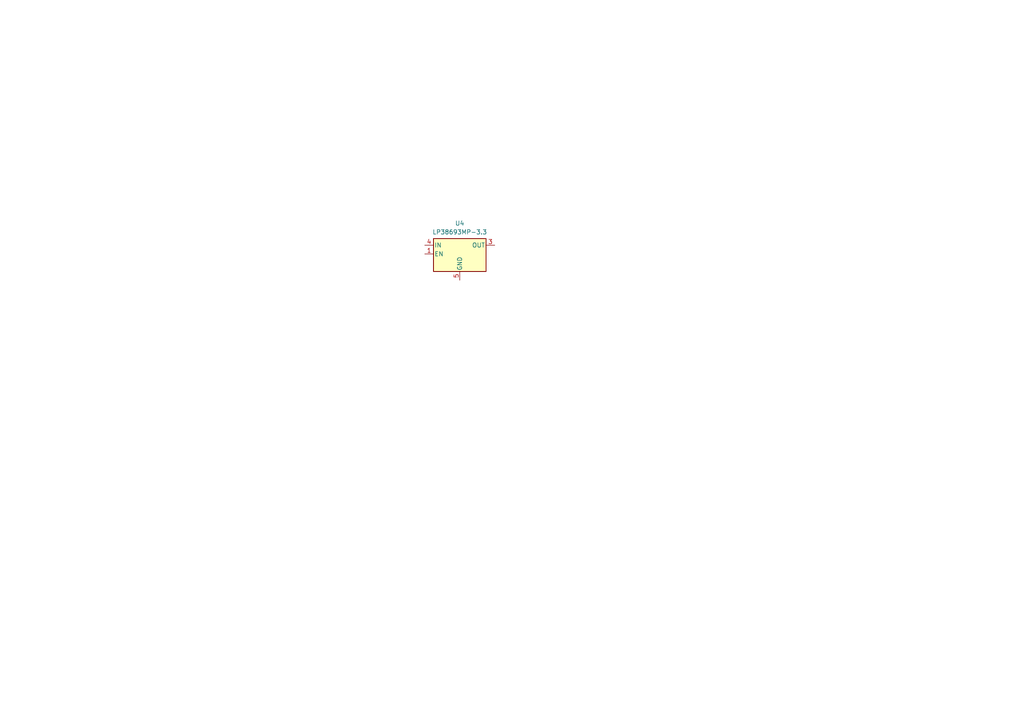
<source format=kicad_sch>
(kicad_sch (version 20250114) (generator "eeschema") (generator_version "9.0")
  (paper "A4")
  (lib_symbols
    (symbol "Regulator_Linear:LP38693MP-3.3" (pin_names (offset 0.254))
      (property "Reference" "U" (at -6.35 5.715 0))
      (property "Value" "LP38693MP-3.3" (at 0 5.715 0))
      (symbol "LP38693MP-3.3_0_1"
        (rectangle (start -7.62 -5.08) (end 7.62 4.445) (stroke (width 0.254)) (fill (type background)))
      )
      (symbol "LP38693MP-3.3_1_1"
        (pin power_in line (at -10.16 2.54 0) (length 2.54) (name "IN") (number "4"))
        (pin input line (at -10.16 0 0) (length 2.54) (name "EN") (number "1"))
        (pin power_in line (at 0 -7.62 90) (length 2.54) (name "GND") (number "5"))
        (pin no_connect line (at 7.62 0 180) (length 2.54) (hide yes) (name "NC") (number "2"))
        (pin power_out line (at 10.16 2.54 180) (length 2.54) (name "OUT") (number "3"))
      )
    )
  )
  (symbol (lib_id "Regulator_Linear:LP38693MP-3.3") (at 133.35 73.66 0) (unit 1)
    (property "Reference" "U4" (at 133.35 64.77 0))
    (property "Value" "LP38693MP-3.3" (at 133.35 67.31 0))
    (property "Footprint" "Package_TO_SOT_SMD:SOT-223-5" (effects (hide yes)))
    (property "Datasheet" "https://www.ti.com/lit/ds/symlink/lp38693.pdf" (effects (hide yes)))
    (property "Description" "500-mA Low-Dropout CMOS Linear Regulators Stable With Ceramic Output Capacitors, 3.3V output voltage, Enable Pin, SOT-223" (effects (hide yes)))
  )
)
</source>
